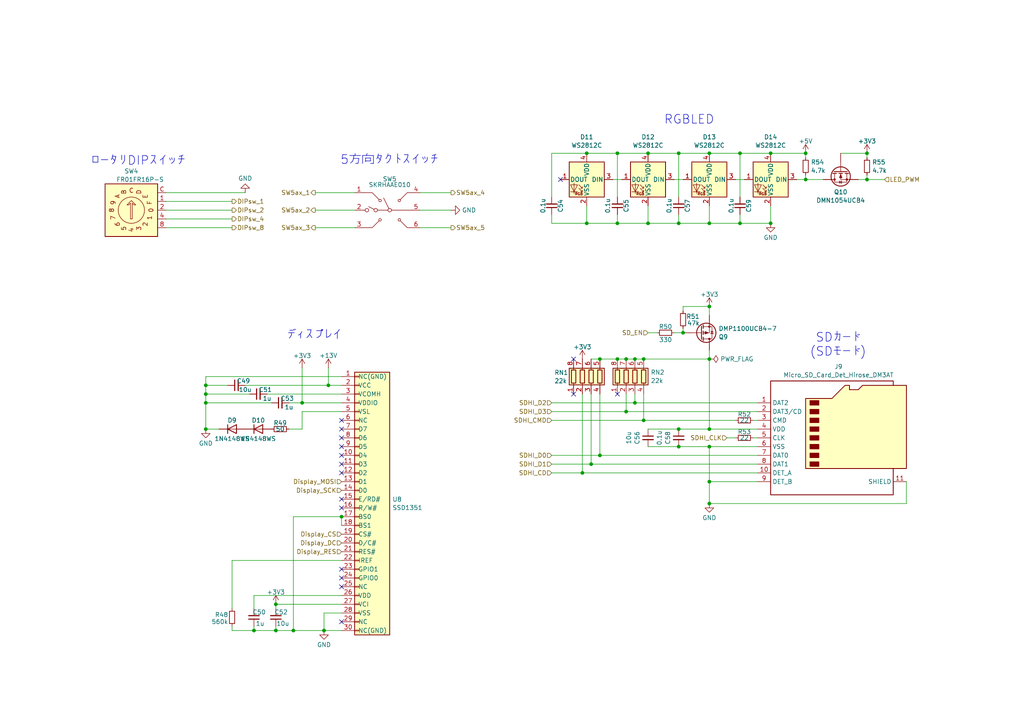
<source format=kicad_sch>
(kicad_sch (version 20250114) (generator "eeschema") (generator_version "9.0")
  (paper "A4")
  (lib_symbols
    (symbol "Connector:Micro_SD_Card_Det_Hirose_DM3AT"
      (property "Reference" "J" (at -16.51 17.78 0))
      (property "Value" "Micro_SD_Card_Det_Hirose_DM3AT" (at 16.51 17.78 0))
      (symbol "Micro_SD_Card_Det_Hirose_DM3AT_0_1"
        (polyline (pts (xy -8.89 -8.89) (xy -8.89 11.43) (xy -1.27 11.43) (xy 2.54 15.24) (xy 3.81 15.24) (xy 3.81 13.97) (xy 6.35 13.97) (xy 7.62 15.24) (xy 20.32 15.24) (xy 20.32 -8.89) (xy -8.89 -8.89)) (stroke (width 0.254)) (fill (type background)))
        (rectangle (start -7.62 10.795) (end -5.08 9.525) (stroke (width 0.254)) (fill (type outline)))
        (rectangle (start -7.62 8.255) (end -5.08 6.985) (stroke (width 0.254)) (fill (type outline)))
        (rectangle (start -7.62 5.715) (end -5.08 4.445) (stroke (width 0.254)) (fill (type outline)))
        (rectangle (start -7.62 3.175) (end -5.08 1.905) (stroke (width 0.254)) (fill (type outline)))
        (rectangle (start -7.62 0.635) (end -5.08 -0.635) (stroke (width 0.254)) (fill (type outline)))
        (rectangle (start -7.62 -1.905) (end -5.08 -3.175) (stroke (width 0.254)) (fill (type outline)))
        (rectangle (start -7.62 -4.445) (end -5.08 -5.715) (stroke (width 0.254)) (fill (type outline)))
        (rectangle (start -7.62 -6.985) (end -5.08 -8.255) (stroke (width 0.254)) (fill (type outline)))
        (polyline (pts (xy 16.51 15.24) (xy 16.51 16.51) (xy -19.05 16.51) (xy -19.05 -16.51) (xy 16.51 -16.51) (xy 16.51 -8.89)) (stroke (width 0.254)))
      )
      (symbol "Micro_SD_Card_Det_Hirose_DM3AT_1_1"
        (pin bidirectional line (at -22.86 10.16 0) (length 3.81) (name "DAT2") (number "1"))
        (pin bidirectional line (at -22.86 7.62 0) (length 3.81) (name "DAT3/CD") (number "2"))
        (pin input line (at -22.86 5.08 0) (length 3.81) (name "CMD") (number "3"))
        (pin power_in line (at -22.86 2.54 0) (length 3.81) (name "VDD") (number "4"))
        (pin input line (at -22.86 0 0) (length 3.81) (name "CLK") (number "5"))
        (pin power_in line (at -22.86 -2.54 0) (length 3.81) (name "VSS") (number "6"))
        (pin bidirectional line (at -22.86 -5.08 0) (length 3.81) (name "DAT0") (number "7"))
        (pin bidirectional line (at -22.86 -7.62 0) (length 3.81) (name "DAT1") (number "8"))
        (pin passive line (at -22.86 -10.16 0) (length 3.81) (name "DET_A") (number "10"))
        (pin passive line (at -22.86 -12.7 0) (length 3.81) (name "DET_B") (number "9"))
        (pin passive line (at 20.32 -12.7 180) (length 3.81) (name "SHIELD") (number "11"))
      )
    )
    (symbol "Device:C_Small" (pin_numbers (hide yes)) (pin_names (offset 0.254) (hide yes))
      (property "Reference" "C" (at 0.254 1.778 0))
      (property "Value" "C_Small" (at 0.254 -2.032 0))
      (symbol "C_Small_0_1"
        (polyline (pts (xy -1.524 0.508) (xy 1.524 0.508)) (stroke (width 0.3048)))
        (polyline (pts (xy -1.524 -0.508) (xy 1.524 -0.508)) (stroke (width 0.3302)))
      )
      (symbol "C_Small_1_1"
        (pin passive line (at 0 2.54 270) (length 2.032) (name "~") (number "1"))
        (pin passive line (at 0 -2.54 90) (length 2.032) (name "~") (number "2"))
      )
    )
    (symbol "Device:D" (pin_numbers (hide yes)) (pin_names (offset 1.016) (hide yes))
      (property "Reference" "D" (at 0 2.54 0))
      (property "Value" "D" (at 0 -2.54 0))
      (symbol "D_0_1"
        (polyline (pts (xy -1.27 1.27) (xy -1.27 -1.27)) (stroke (width 0.254)))
        (polyline (pts (xy 1.27 1.27) (xy 1.27 -1.27) (xy -1.27 0) (xy 1.27 1.27)) (stroke (width 0.254)))
        (polyline (pts (xy 1.27 0) (xy -1.27 0)))
      )
      (symbol "D_1_1"
        (pin passive line (at -3.81 0 0) (length 2.54) (name "K") (number "1"))
        (pin passive line (at 3.81 0 180) (length 2.54) (name "A") (number "2"))
      )
    )
    (symbol "Device:Q_NMOS" (pin_numbers (hide yes)) (pin_names (offset 0) (hide yes))
      (property "Reference" "Q" (at 5.08 1.27 0))
      (property "Value" "Q_NMOS" (at 5.08 -1.27 0))
      (symbol "Q_NMOS_0_1"
        (polyline (pts (xy 0.254 1.905) (xy 0.254 -1.905)) (stroke (width 0.254)))
        (polyline (pts (xy 0.254 0) (xy -2.54 0)))
        (polyline (pts (xy 0.762 2.286) (xy 0.762 1.27)) (stroke (width 0.254)))
        (polyline (pts (xy 0.762 0.508) (xy 0.762 -0.508)) (stroke (width 0.254)))
        (polyline (pts (xy 0.762 -1.27) (xy 0.762 -2.286)) (stroke (width 0.254)))
        (polyline (pts (xy 0.762 -1.778) (xy 3.302 -1.778) (xy 3.302 1.778) (xy 0.762 1.778)))
        (polyline (pts (xy 1.016 0) (xy 2.032 0.381) (xy 2.032 -0.381) (xy 1.016 0)) (fill (type outline)))
        (circle (center 1.651 0) (radius 2.794) (stroke (width 0.254)))
        (polyline (pts (xy 2.54 2.54) (xy 2.54 1.778)))
        (circle (center 2.54 1.778) (radius 0.254) (fill (type outline)))
        (circle (center 2.54 -1.778) (radius 0.254) (fill (type outline)))
        (polyline (pts (xy 2.54 -2.54) (xy 2.54 0) (xy 0.762 0)))
        (polyline (pts (xy 2.921 0.381) (xy 3.683 0.381)))
        (polyline (pts (xy 3.302 0.381) (xy 2.921 -0.254) (xy 3.683 -0.254) (xy 3.302 0.381)))
      )
      (symbol "Q_NMOS_1_1"
        (pin input line (at -5.08 0 0) (length 2.54) (name "G") (number "G"))
        (pin passive line (at 2.54 5.08 270) (length 2.54) (name "D") (number "D"))
        (pin passive line (at 2.54 -5.08 90) (length 2.54) (name "S") (number "S"))
      )
    )
    (symbol "Device:Q_PMOS" (pin_numbers (hide yes)) (pin_names (offset 0) (hide yes))
      (property "Reference" "Q" (at 5.08 1.27 0))
      (property "Value" "Q_PMOS" (at 5.08 -1.27 0))
      (symbol "Q_PMOS_0_1"
        (polyline (pts (xy 0.254 1.905) (xy 0.254 -1.905)) (stroke (width 0.254)))
        (polyline (pts (xy 0.254 0) (xy -2.54 0)))
        (polyline (pts (xy 0.762 2.286) (xy 0.762 1.27)) (stroke (width 0.254)))
        (polyline (pts (xy 0.762 1.778) (xy 3.302 1.778) (xy 3.302 -1.778) (xy 0.762 -1.778)))
        (polyline (pts (xy 0.762 0.508) (xy 0.762 -0.508)) (stroke (width 0.254)))
        (polyline (pts (xy 0.762 -1.27) (xy 0.762 -2.286)) (stroke (width 0.254)))
        (circle (center 1.651 0) (radius 2.794) (stroke (width 0.254)))
        (polyline (pts (xy 2.286 0) (xy 1.27 0.381) (xy 1.27 -0.381) (xy 2.286 0)) (fill (type outline)))
        (polyline (pts (xy 2.54 2.54) (xy 2.54 1.778)))
        (circle (center 2.54 1.778) (radius 0.254) (fill (type outline)))
        (circle (center 2.54 -1.778) (radius 0.254) (fill (type outline)))
        (polyline (pts (xy 2.54 -2.54) (xy 2.54 0) (xy 0.762 0)))
        (polyline (pts (xy 2.921 -0.381) (xy 3.683 -0.381)))
        (polyline (pts (xy 3.302 -0.381) (xy 2.921 0.254) (xy 3.683 0.254) (xy 3.302 -0.381)))
      )
      (symbol "Q_PMOS_1_1"
        (pin input line (at -5.08 0 0) (length 2.54) (name "G") (number "G"))
        (pin passive line (at 2.54 5.08 270) (length 2.54) (name "D") (number "D"))
        (pin passive line (at 2.54 -5.08 90) (length 2.54) (name "S") (number "S"))
      )
    )
    (symbol "Device:R_Pack04" (pin_names (offset 0) (hide yes))
      (property "Reference" "RN" (at -7.62 0 90))
      (property "Value" "R_Pack04" (at 5.08 0 90))
      (symbol "R_Pack04_0_1"
        (rectangle (start -6.35 -2.413) (end 3.81 2.413) (stroke (width 0.254)) (fill (type background)))
        (rectangle (start -5.715 1.905) (end -4.445 -1.905) (stroke (width 0.254)))
        (polyline (pts (xy -5.08 1.905) (xy -5.08 2.54)))
        (polyline (pts (xy -5.08 -2.54) (xy -5.08 -1.905)))
        (rectangle (start -3.175 1.905) (end -1.905 -1.905) (stroke (width 0.254)))
        (polyline (pts (xy -2.54 1.905) (xy -2.54 2.54)))
        (polyline (pts (xy -2.54 -2.54) (xy -2.54 -1.905)))
        (rectangle (start -0.635 1.905) (end 0.635 -1.905) (stroke (width 0.254)))
        (polyline (pts (xy 0 1.905) (xy 0 2.54)))
        (polyline (pts (xy 0 -2.54) (xy 0 -1.905)))
        (rectangle (start 1.905 1.905) (end 3.175 -1.905) (stroke (width 0.254)))
        (polyline (pts (xy 2.54 1.905) (xy 2.54 2.54)))
        (polyline (pts (xy 2.54 -2.54) (xy 2.54 -1.905)))
      )
      (symbol "R_Pack04_1_1"
        (pin passive line (at -5.08 5.08 270) (length 2.54) (name "R1.2") (number "8"))
        (pin passive line (at -5.08 -5.08 90) (length 2.54) (name "R1.1") (number "1"))
        (pin passive line (at -2.54 5.08 270) (length 2.54) (name "R2.2") (number "7"))
        (pin passive line (at -2.54 -5.08 90) (length 2.54) (name "R2.1") (number "2"))
        (pin passive line (at 0 5.08 270) (length 2.54) (name "R3.2") (number "6"))
        (pin passive line (at 0 -5.08 90) (length 2.54) (name "R3.1") (number "3"))
        (pin passive line (at 2.54 5.08 270) (length 2.54) (name "R4.2") (number "5"))
        (pin passive line (at 2.54 -5.08 90) (length 2.54) (name "R4.1") (number "4"))
      )
    )
    (symbol "Device:R_Small" (pin_numbers (hide yes)) (pin_names (offset 0.254) (hide yes))
      (property "Reference" "R" (at 0 0 90))
      (property "Value" "R_Small" (at 1.778 0 90))
      (symbol "R_Small_0_1"
        (rectangle (start -0.762 1.778) (end 0.762 -1.778) (stroke (width 0.2032)))
      )
      (symbol "R_Small_1_1"
        (pin passive line (at 0 2.54 270) (length 0.762) (name "~") (number "1"))
        (pin passive line (at 0 -2.54 90) (length 0.762) (name "~") (number "2"))
      )
    )
    (symbol "R_Small_1" (pin_numbers (hide yes)) (pin_names (offset 0.254) (hide yes))
      (property "Reference" "R" (at 0 0 90))
      (property "Value" "R_Small" (at 1.778 0 90))
      (symbol "R_Small_1_0_1"
        (rectangle (start -0.762 1.778) (end 0.762 -1.778) (stroke (width 0.2032)))
      )
      (symbol "R_Small_1_1_1"
        (pin passive line (at 0 2.54 270) (length 0.762) (name "~") (number "1"))
        (pin passive line (at 0 -2.54 90) (length 0.762) (name "~") (number "2"))
      )
    )
    (symbol "R_Small_2" (pin_numbers (hide yes)) (pin_names (offset 0.254) (hide yes))
      (property "Reference" "R" (at 0 0 90))
      (property "Value" "R_Small" (at 1.778 0 90))
      (symbol "R_Small_2_0_1"
        (rectangle (start -0.762 1.778) (end 0.762 -1.778) (stroke (width 0.2032)))
      )
      (symbol "R_Small_2_1_1"
        (pin passive line (at 0 2.54 270) (length 0.762) (name "~") (number "1"))
        (pin passive line (at 0 -2.54 90) (length 0.762) (name "~") (number "2"))
      )
    )
    (symbol "R_Small_3" (pin_numbers (hide yes)) (pin_names (offset 0.254) (hide yes))
      (property "Reference" "R" (at 0 0 90))
      (property "Value" "R_Small" (at 1.778 0 90))
      (symbol "R_Small_3_0_1"
        (rectangle (start -0.762 1.778) (end 0.762 -1.778) (stroke (width 0.2032)))
      )
      (symbol "R_Small_3_1_1"
        (pin passive line (at 0 2.54 270) (length 0.762) (name "~") (number "1"))
        (pin passive line (at 0 -2.54 90) (length 0.762) (name "~") (number "2"))
      )
    )
    (symbol "R_Small_4" (pin_numbers (hide yes)) (pin_names (offset 0.254) (hide yes))
      (property "Reference" "R" (at 0 0 90))
      (property "Value" "R_Small" (at 1.778 0 90))
      (symbol "R_Small_4_0_1"
        (rectangle (start -0.762 1.778) (end 0.762 -1.778) (stroke (width 0.2032)))
      )
      (symbol "R_Small_4_1_1"
        (pin passive line (at 0 2.54 270) (length 0.762) (name "~") (number "1"))
        (pin passive line (at 0 -2.54 90) (length 0.762) (name "~") (number "2"))
      )
    )
    (symbol "R_Small_5" (pin_numbers (hide yes)) (pin_names (offset 0.254) (hide yes))
      (property "Reference" "R" (at 0 0 90))
      (property "Value" "R_Small" (at 1.778 0 90))
      (symbol "R_Small_5_0_1"
        (rectangle (start -0.762 1.778) (end 0.762 -1.778) (stroke (width 0.2032)))
      )
      (symbol "R_Small_5_1_1"
        (pin passive line (at 0 2.54 270) (length 0.762) (name "~") (number "1"))
        (pin passive line (at 0 -2.54 90) (length 0.762) (name "~") (number "2"))
      )
    )
    (symbol "R_Small_6" (pin_numbers (hide yes)) (pin_names (offset 0.254) (hide yes))
      (property "Reference" "R" (at 0 0 90))
      (property "Value" "R_Small" (at 1.778 0 90))
      (symbol "R_Small_6_0_1"
        (rectangle (start -0.762 1.778) (end 0.762 -1.778) (stroke (width 0.2032)))
      )
      (symbol "R_Small_6_1_1"
        (pin passive line (at 0 2.54 270) (length 0.762) (name "~") (number "1"))
        (pin passive line (at 0 -2.54 90) (length 0.762) (name "~") (number "2"))
      )
    )
    (symbol "Switch:SW_Coded_SH-7050" (pin_names (hide yes))
      (property "Reference" "SW" (at -7.62 8.89 0))
      (property "Value" "SW_Coded_SH-7050" (at -7.62 -8.89 0))
      (symbol "SW_Coded_SH-7050_0_0"
        (text "8" (at -5.715 0 900) (effects (font (size 1.27 1.27))))
        (text "9" (at -5.2832 2.1844 675) (effects (font (size 1.27 1.27))))
        (text "7" (at -5.2832 -2.1844 1125) (effects (font (size 1.27 1.27))))
        (text "A" (at -4.0386 4.0386 450) (effects (font (size 1.27 1.27))))
        (text "6" (at -4.0386 -4.0386 1350) (effects (font (size 1.27 1.27))))
        (text "B" (at -2.1844 5.2832 225) (effects (font (size 1.27 1.27))))
        (text "5" (at -2.1844 -5.2832 1575) (effects (font (size 1.27 1.27))))
        (text "C" (at 0 5.715 0) (effects (font (size 1.27 1.27))))
        (text "4" (at 0 -5.715 1800) (effects (font (size 1.27 1.27))))
        (text "D" (at 2.1844 5.2832 3375) (effects (font (size 1.27 1.27))))
        (text "3" (at 2.1844 -5.2832 2025) (effects (font (size 1.27 1.27))))
        (text "E" (at 4.0386 4.0386 3150) (effects (font (size 1.27 1.27))))
        (text "2" (at 4.0386 -4.0386 2250) (effects (font (size 1.27 1.27))))
        (text "F" (at 5.2832 2.1844 2925) (effects (font (size 1.27 1.27))))
        (text "1" (at 5.2832 -2.1844 2475) (effects (font (size 1.27 1.27))))
        (text "0" (at 5.715 0 2700) (effects (font (size 1.27 1.27))))
      )
      (symbol "SW_Coded_SH-7050_0_1"
        (polyline (pts (xy -0.254 -2.54) (xy -0.254 2.032) (xy -0.762 1.524) (xy -1.27 1.524) (xy 0 2.794) (xy 1.27 1.524) (xy 0.762 1.524) (xy 0.254 2.032) (xy 0.254 -2.54) (xy -0.254 -2.54) (xy -0.254 -2.54)))
        (circle (center 0 0) (radius 3.81))
        (rectangle (start 7.62 7.62) (end -7.62 -7.62) (stroke (width 0.254)) (fill (type background)))
      )
      (symbol "SW_Coded_SH-7050_1_1"
        (pin passive line (at 10.16 5.08 180) (length 2.54) (name "C") (number "C"))
        (pin passive line (at 10.16 2.54 180) (length 2.54) (name "1") (number "1"))
        (pin passive line (at 10.16 0 180) (length 2.54) (name "2") (number "2"))
        (pin passive line (at 10.16 -2.54 180) (length 2.54) (name "4") (number "4"))
        (pin passive line (at 10.16 -5.08 180) (length 2.54) (name "8") (number "8"))
      )
    )
    (symbol "power:+12V" (power) (pin_numbers (hide yes)) (pin_names (offset 0) (hide yes))
      (property "Value" "+12V" (at 0 3.556 0))
      (symbol "+12V_0_1"
        (polyline (pts (xy -0.762 1.27) (xy 0 2.54)))
        (polyline (pts (xy 0 2.54) (xy 0.762 1.27)))
        (polyline (pts (xy 0 0) (xy 0 2.54)))
      )
      (symbol "+12V_1_1"
        (pin power_in line (at 0 0 90) (length 0) (name "~") (number "1"))
      )
    )
    (symbol "power:+3V3" (power) (pin_numbers (hide yes)) (pin_names (offset 0) (hide yes))
      (property "Value" "+3V3" (at 0 3.556 0))
      (symbol "+3V3_0_1"
        (polyline (pts (xy -0.762 1.27) (xy 0 2.54)))
        (polyline (pts (xy 0 2.54) (xy 0.762 1.27)))
        (polyline (pts (xy 0 0) (xy 0 2.54)))
      )
      (symbol "+3V3_1_1"
        (pin power_in line (at 0 0 90) (length 0) (name "~") (number "1"))
      )
    )
    (symbol "power:+5V" (power) (pin_numbers (hide yes)) (pin_names (offset 0) (hide yes))
      (property "Value" "+5V" (at 0 3.556 0))
      (symbol "+5V_0_1"
        (polyline (pts (xy -0.762 1.27) (xy 0 2.54)))
        (polyline (pts (xy 0 2.54) (xy 0.762 1.27)))
        (polyline (pts (xy 0 0) (xy 0 2.54)))
      )
      (symbol "+5V_1_1"
        (pin power_in line (at 0 0 90) (length 0) (name "~") (number "1"))
      )
    )
    (symbol "power:GND" (power) (pin_numbers (hide yes)) (pin_names (offset 0) (hide yes))
      (property "Value" "GND" (at 0 -3.81 0))
      (symbol "GND_0_1"
        (polyline (pts (xy 0 0) (xy 0 -1.27) (xy 1.27 -1.27) (xy 0 -2.54) (xy -1.27 -1.27) (xy 0 -1.27)))
      )
      (symbol "GND_1_1"
        (pin power_in line (at 0 0 270) (length 0) (name "~") (number "1"))
      )
    )
    (symbol "power:PWR_FLAG" (power) (pin_numbers (hide yes)) (pin_names (offset 0) (hide yes))
      (property "Value" "PWR_FLAG" (at 0 3.81 0))
      (symbol "PWR_FLAG_0_0"
        (pin power_out line (at 0 0 90) (length 0) (name "~") (number "1"))
      )
      (symbol "PWR_FLAG_0_1"
        (polyline (pts (xy 0 0) (xy 0 1.27) (xy -1.016 1.905) (xy 0 2.54) (xy 1.016 1.905) (xy 0 1.27)))
      )
    )
    (symbol "robot_contest:SKRHABE010"
      (property "Reference" "SW" (at 0 9.652 0))
      (property "Value" "SKRHABE010" (at 0 7.874 0))
      (symbol "SKRHABE010_0_0"
        (circle (center -6.604 0) (radius 0.508))
        (polyline (pts (xy -4.572 0.254) (xy -6.096 1.016)))
        (circle (center -4.064 0) (radius 0.508))
        (circle (center -2.794 2.794) (radius 0.3592))
        (circle (center -2.794 -2.794) (radius 0.3592))
        (polyline (pts (xy -0.254 0.508) (xy -1.778 3.556)))
        (circle (center 0 0) (radius 0.508))
        (circle (center 2.794 2.794) (radius 0.3592))
        (circle (center 2.794 -2.794) (radius 0.3592))
      )
      (symbol "SKRHABE010_0_1"
        (polyline (pts (xy -7.112 0) (xy -7.62 0)))
        (polyline (pts (xy -3.048 3.048) (xy -5.08 5.08) (xy -7.62 5.08)))
        (polyline (pts (xy -3.048 -3.048) (xy -5.08 -5.08) (xy -7.62 -5.08)))
        (polyline (pts (xy -0.508 0) (xy -3.556 0)))
        (polyline (pts (xy 0.508 0) (xy 6.35 0)))
        (polyline (pts (xy 3.048 3.048) (xy 5.08 5.08) (xy 6.35 5.08)))
        (polyline (pts (xy 3.048 -3.048) (xy 5.08 -5.08) (xy 6.35 -5.08)))
      )
      (symbol "SKRHABE010_1_1"
        (pin passive line (at -10.16 5.08 0) (length 2.54) (name "") (number "1"))
        (pin passive line (at -10.16 0 0) (length 2.54) (name "") (number "2"))
        (pin passive line (at -10.16 -5.08 0) (length 2.54) (name "") (number "3"))
        (pin passive line (at 8.89 5.08 180) (length 2.54) (name "") (number "4"))
        (pin passive line (at 8.89 0 180) (length 2.54) (name "") (number "5"))
        (pin passive line (at 8.89 -5.08 180) (length 2.54) (name "") (number "6"))
      )
    )
    (symbol "robot_contest:SSD1351" (pin_names (offset 1.016))
      (property "Reference" "U" (at 3.556 40.386 0))
      (property "Value" "SSD1351" (at 3.81 38.1 0))
      (symbol "SSD1351_1_1"
        (rectangle (start -1.27 36.83) (end 8.89 -39.37) (stroke (width 0.254)) (fill (type background)))
        (rectangle (start -1.27 35.687) (end 0 35.433) (stroke (width 0.1524)))
        (rectangle (start -1.27 33.147) (end 0 32.893) (stroke (width 0.1524)))
        (rectangle (start -1.27 30.607) (end 0 30.353) (stroke (width 0.1524)))
        (rectangle (start -1.27 28.067) (end 0 27.813) (stroke (width 0.1524)))
        (rectangle (start -1.27 25.527) (end 0 25.273) (stroke (width 0.1524)))
        (rectangle (start -1.27 22.987) (end 0 22.733) (stroke (width 0.1524)))
        (rectangle (start -1.27 20.447) (end 0 20.193) (stroke (width 0.1524)))
        (rectangle (start -1.27 17.907) (end 0 17.653) (stroke (width 0.1524)))
        (rectangle (start -1.27 15.367) (end 0 15.113) (stroke (width 0.1524)))
        (rectangle (start -1.27 12.827) (end 0 12.573) (stroke (width 0.1524)))
        (rectangle (start -1.27 10.287) (end 0 10.033) (stroke (width 0.1524)))
        (rectangle (start -1.27 7.747) (end 0 7.493) (stroke (width 0.1524)))
        (rectangle (start -1.27 5.207) (end 0 4.953) (stroke (width 0.1524)))
        (rectangle (start -1.27 2.667) (end 0 2.413) (stroke (width 0.1524)))
        (rectangle (start -1.27 0.127) (end 0 -0.127) (stroke (width 0.1524)))
        (rectangle (start -1.27 -2.413) (end 0 -2.667) (stroke (width 0.1524)))
        (rectangle (start -1.27 -4.953) (end 0 -5.207) (stroke (width 0.1524)))
        (rectangle (start -1.27 -7.493) (end 0 -7.747) (stroke (width 0.1524)))
        (rectangle (start -1.27 -10.033) (end 0 -10.287) (stroke (width 0.1524)))
        (rectangle (start -1.27 -12.573) (end 0 -12.827) (stroke (width 0.1524)))
        (rectangle (start -1.27 -15.113) (end 0 -15.367) (stroke (width 0.1524)))
        (rectangle (start -1.27 -17.653) (end 0 -17.907) (stroke (width 0.1524)))
        (rectangle (start -1.27 -20.193) (end 0 -20.447) (stroke (width 0.1524)))
        (rectangle (start -1.27 -22.733) (end 0 -22.987) (stroke (width 0.1524)))
        (rectangle (start -1.27 -25.273) (end 0 -25.527) (stroke (width 0.1524)))
        (rectangle (start -1.27 -27.813) (end 0 -28.067) (stroke (width 0.1524)))
        (rectangle (start -1.27 -30.353) (end 0 -30.607) (stroke (width 0.1524)))
        (rectangle (start -1.27 -32.893) (end 0 -33.147) (stroke (width 0.1524)))
        (rectangle (start -1.27 -35.433) (end 0 -35.687) (stroke (width 0.1524)))
        (rectangle (start -1.27 -37.973) (end 0 -38.227) (stroke (width 0.1524)))
        (pin passive line (at -5.08 35.56 0) (length 3.81) (name "NC(GND)") (number "1"))
        (pin passive line (at -5.08 33.02 0) (length 3.81) (name "VCC") (number "2"))
        (pin passive line (at -5.08 30.48 0) (length 3.81) (name "VCOMH") (number "3"))
        (pin passive line (at -5.08 27.94 0) (length 3.81) (name "VDDIO") (number "4"))
        (pin passive line (at -5.08 25.4 0) (length 3.81) (name "VSL") (number "5"))
        (pin passive line (at -5.08 22.86 0) (length 3.81) (name "NC") (number "6"))
        (pin passive line (at -5.08 20.32 0) (length 3.81) (name "D7") (number "7"))
        (pin passive line (at -5.08 17.78 0) (length 3.81) (name "D6") (number "8"))
        (pin passive line (at -5.08 15.24 0) (length 3.81) (name "D5") (number "9"))
        (pin passive line (at -5.08 12.7 0) (length 3.81) (name "D4") (number "10"))
        (pin passive line (at -5.08 10.16 0) (length 3.81) (name "D3") (number "11"))
        (pin passive line (at -5.08 7.62 0) (length 3.81) (name "D2") (number "12"))
        (pin passive line (at -5.08 5.08 0) (length 3.81) (name "D1") (number "13"))
        (pin passive line (at -5.08 2.54 0) (length 3.81) (name "D0") (number "14"))
        (pin passive line (at -5.08 0 0) (length 3.81) (name "E/RD#") (number "15"))
        (pin passive line (at -5.08 -2.54 0) (length 3.81) (name "R/W#") (number "16"))
        (pin passive line (at -5.08 -5.08 0) (length 3.81) (name "BS0") (number "17"))
        (pin passive line (at -5.08 -7.62 0) (length 3.81) (name "BS1") (number "18"))
        (pin passive line (at -5.08 -10.16 0) (length 3.81) (name "CS#") (number "19"))
        (pin passive line (at -5.08 -12.7 0) (length 3.81) (name "D/C#") (number "20"))
        (pin passive line (at -5.08 -15.24 0) (length 3.81) (name "RES#") (number "21"))
        (pin passive line (at -5.08 -17.78 0) (length 3.81) (name "IREF") (number "22"))
        (pin passive line (at -5.08 -20.32 0) (length 3.81) (name "GPIO1") (number "23"))
        (pin passive line (at -5.08 -22.86 0) (length 3.81) (name "GPIO0") (number "24"))
        (pin passive line (at -5.08 -25.4 0) (length 3.81) (name "NC") (number "25"))
        (pin passive line (at -5.08 -27.94 0) (length 3.81) (name "VDD") (number "26"))
        (pin passive line (at -5.08 -30.48 0) (length 3.81) (name "VCI") (number "27"))
        (pin passive line (at -5.08 -33.02 0) (length 3.81) (name "VSS") (number "28"))
        (pin passive line (at -5.08 -35.56 0) (length 3.81) (name "NC") (number "29"))
        (pin passive line (at -5.08 -38.1 0) (length 3.81) (name "NC(GND)") (number "30"))
      )
    )
    (symbol "robot_contest:WS2812C" (pin_names (offset 0.254))
      (property "Reference" "D6" (at 10.2979 2.8321 0))
      (property "Value" "WS2812B" (at 10.2979 0.9111 0))
      (symbol "WS2812C_0_0"
        (text "RGB" (at 2.286 -4.191 0) (effects (font (size 0.762 0.762))))
      )
      (symbol "WS2812C_0_1"
        (polyline (pts (xy 1.27 -2.54) (xy 1.778 -2.54)))
        (polyline (pts (xy 1.27 -3.556) (xy 1.778 -3.556)))
        (polyline (pts (xy 2.286 -1.524) (xy 1.27 -2.54) (xy 1.27 -2.032)))
        (polyline (pts (xy 2.286 -2.54) (xy 1.27 -3.556) (xy 1.27 -3.048)))
        (polyline (pts (xy 3.683 -1.016) (xy 3.683 -3.556) (xy 3.683 -4.064)))
        (polyline (pts (xy 4.699 -1.524) (xy 2.667 -1.524) (xy 3.683 -3.556) (xy 4.699 -1.524)))
        (polyline (pts (xy 4.699 -3.556) (xy 2.667 -3.556)))
        (rectangle (start 5.08 5.08) (end -5.08 -5.08) (stroke (width 0.254)) (fill (type background)))
      )
      (symbol "WS2812C_1_1"
        (pin input line (at -7.62 0 0) (length 2.54) (name "DIN") (number "3"))
        (pin power_in line (at 0 7.62 270) (length 2.54) (name "VDD") (number "4"))
        (pin power_in line (at 0 -7.62 90) (length 2.54) (name "VSS") (number "2"))
        (pin output line (at 7.62 0 180) (length 2.54) (name "DOUT") (number "1"))
      )
    )
  )
  (text "SDカード\n(SDモード)" (at 243.078 100.076 0) (effects (font (size 2.54 2.54))))
  (text "ロータリDIPスイッチ" (at 40.132 46.736 0) (effects (font (size 2.54 2.54))))
  (text "ディスプレイ" (at 91.186 97.282 0) (effects (font (size 2.54 2.54))))
  (text "RGBLED" (at 199.898 34.798 0) (effects (font (size 2.54 2.54))))
  (text "5方向タクトスイッチ" (at 113.03 46.482 0) (effects (font (size 2.54 2.54))))
  (junction (at 186.69 121.92))
  (junction (at 205.74 44.45))
  (junction (at 95.25 111.76))
  (junction (at 179.07 44.45))
  (junction (at 59.69 124.46))
  (junction (at 73.66 182.88))
  (junction (at 233.68 44.45))
  (junction (at 205.74 146.05))
  (junction (at 205.74 129.54))
  (junction (at 214.63 44.45))
  (junction (at 59.69 116.84))
  (junction (at 186.69 104.14))
  (junction (at 196.85 64.77))
  (junction (at 251.46 52.07))
  (junction (at 170.18 64.77))
  (junction (at 179.07 104.14))
  (junction (at 196.85 44.45))
  (junction (at 80.01 175.26))
  (junction (at 205.74 104.14))
  (junction (at 251.46 44.45))
  (junction (at 80.01 182.88))
  (junction (at 187.96 44.45))
  (junction (at 173.99 104.14))
  (junction (at 187.96 64.77))
  (junction (at 99.06 149.86))
  (junction (at 233.68 52.07))
  (junction (at 205.74 88.9))
  (junction (at 184.15 104.14))
  (junction (at 214.63 64.77))
  (junction (at 93.98 182.88))
  (junction (at 205.74 139.7))
  (junction (at 205.74 64.77))
  (junction (at 87.63 116.84))
  (junction (at 179.07 64.77))
  (junction (at 171.45 134.62))
  (junction (at 181.61 119.38))
  (junction (at 59.69 114.3))
  (junction (at 223.52 64.77))
  (junction (at 198.12 96.52))
  (junction (at 196.85 129.54))
  (junction (at 170.18 44.45))
  (junction (at 168.91 137.16))
  (junction (at 184.15 116.84))
  (junction (at 181.61 104.14))
  (junction (at 205.74 124.46))
  (junction (at 196.85 124.46))
  (junction (at 85.09 182.88))
  (junction (at 59.69 111.76))
  (junction (at 223.52 44.45))
  (junction (at 173.99 132.08))
  (no_connect (at 99.06 127))
  (no_connect (at 99.06 124.46))
  (no_connect (at 99.06 180.34))
  (no_connect (at 179.07 114.3))
  (no_connect (at 162.56 52.07))
  (no_connect (at 99.06 165.1))
  (no_connect (at 99.06 132.08))
  (no_connect (at 166.37 104.14))
  (no_connect (at 99.06 137.16))
  (no_connect (at 166.37 114.3))
  (no_connect (at 99.06 167.64))
  (no_connect (at 99.06 147.32))
  (no_connect (at 99.06 170.18))
  (no_connect (at 99.06 129.54))
  (no_connect (at 99.06 121.92))
  (no_connect (at 99.06 134.62))
  (no_connect (at 99.06 144.78))
  (wire (pts (xy 160.02 44.45) (xy 160.02 57.15)))
  (wire (pts (xy 177.8 52.07) (xy 180.34 52.07)))
  (wire (pts (xy 243.84 44.45) (xy 251.46 44.45)))
  (wire (pts (xy 93.98 182.88) (xy 99.06 182.88)))
  (wire (pts (xy 205.74 124.46) (xy 219.71 124.46)))
  (wire (pts (xy 59.69 111.76) (xy 59.69 114.3)))
  (wire (pts (xy 233.68 50.8) (xy 233.68 52.07)))
  (wire (pts (xy 179.07 62.23) (xy 179.07 64.77)))
  (wire (pts (xy 196.85 129.54) (xy 205.74 129.54)))
  (wire (pts (xy 160.02 62.23) (xy 160.02 64.77)))
  (wire (pts (xy 179.07 64.77) (xy 187.96 64.77)))
  (wire (pts (xy 102.87 60.96) (xy 91.44 60.96)))
  (wire (pts (xy 171.45 104.14) (xy 173.99 104.14)))
  (wire (pts (xy 173.99 114.3) (xy 173.99 132.08)))
  (wire (pts (xy 77.47 114.3) (xy 99.06 114.3)))
  (wire (pts (xy 160.02 44.45) (xy 170.18 44.45)))
  (wire (pts (xy 214.63 64.77) (xy 223.52 64.77)))
  (wire (pts (xy 173.99 104.14) (xy 179.07 104.14)))
  (wire (pts (xy 59.69 114.3) (xy 59.69 116.84)))
  (wire (pts (xy 223.52 59.69) (xy 223.52 64.77)))
  (wire (pts (xy 196.85 62.23) (xy 196.85 64.77)))
  (wire (pts (xy 195.58 96.52) (xy 198.12 96.52)))
  (wire (pts (xy 248.92 52.07) (xy 251.46 52.07)))
  (wire (pts (xy 73.66 172.72) (xy 73.66 176.53)))
  (wire (pts (xy 196.85 44.45) (xy 205.74 44.45)))
  (wire (pts (xy 160.02 116.84) (xy 184.15 116.84)))
  (wire (pts (xy 205.74 59.69) (xy 205.74 64.77)))
  (wire (pts (xy 171.45 114.3) (xy 171.45 134.62)))
  (wire (pts (xy 99.06 149.86) (xy 85.09 149.86)))
  (wire (pts (xy 160.02 134.62) (xy 171.45 134.62)))
  (wire (pts (xy 187.96 129.54) (xy 196.85 129.54)))
  (wire (pts (xy 179.07 44.45) (xy 187.96 44.45)))
  (wire (pts (xy 87.63 116.84) (xy 99.06 116.84)))
  (wire (pts (xy 71.12 111.76) (xy 95.25 111.76)))
  (wire (pts (xy 187.96 59.69) (xy 187.96 64.77)))
  (wire (pts (xy 170.18 64.77) (xy 160.02 64.77)))
  (wire (pts (xy 170.18 44.45) (xy 179.07 44.45)))
  (wire (pts (xy 196.85 124.46) (xy 205.74 124.46)))
  (wire (pts (xy 205.74 104.14) (xy 205.74 124.46)))
  (wire (pts (xy 87.63 124.46) (xy 83.82 124.46)))
  (wire (pts (xy 160.02 119.38) (xy 181.61 119.38)))
  (wire (pts (xy 196.85 44.45) (xy 196.85 57.15)))
  (wire (pts (xy 130.81 60.96) (xy 121.92 60.96)))
  (wire (pts (xy 80.01 175.26) (xy 80.01 176.53)))
  (wire (pts (xy 205.74 44.45) (xy 214.63 44.45)))
  (wire (pts (xy 48.26 66.04) (xy 67.31 66.04)))
  (wire (pts (xy 171.45 134.62) (xy 219.71 134.62)))
  (wire (pts (xy 214.63 44.45) (xy 214.63 57.15)))
  (wire (pts (xy 187.96 124.46) (xy 196.85 124.46)))
  (wire (pts (xy 67.31 162.56) (xy 99.06 162.56)))
  (wire (pts (xy 48.26 58.42) (xy 67.31 58.42)))
  (wire (pts (xy 87.63 106.68) (xy 87.63 116.84)))
  (wire (pts (xy 186.69 104.14) (xy 205.74 104.14)))
  (wire (pts (xy 160.02 132.08) (xy 173.99 132.08)))
  (wire (pts (xy 95.25 106.68) (xy 95.25 111.76)))
  (wire (pts (xy 184.15 114.3) (xy 184.15 116.84)))
  (wire (pts (xy 205.74 129.54) (xy 205.74 139.7)))
  (wire (pts (xy 196.85 64.77) (xy 205.74 64.77)))
  (wire (pts (xy 59.69 109.22) (xy 59.69 111.76)))
  (wire (pts (xy 83.82 116.84) (xy 87.63 116.84)))
  (wire (pts (xy 198.12 88.9) (xy 205.74 88.9)))
  (wire (pts (xy 99.06 109.22) (xy 59.69 109.22)))
  (wire (pts (xy 168.91 114.3) (xy 168.91 137.16)))
  (wire (pts (xy 205.74 64.77) (xy 214.63 64.77)))
  (wire (pts (xy 214.63 62.23) (xy 214.63 64.77)))
  (wire (pts (xy 67.31 162.56) (xy 67.31 176.53)))
  (wire (pts (xy 59.69 116.84) (xy 59.69 124.46)))
  (wire (pts (xy 71.12 55.88) (xy 48.26 55.88)))
  (wire (pts (xy 205.74 146.05) (xy 262.89 146.05)))
  (wire (pts (xy 251.46 50.8) (xy 251.46 52.07)))
  (wire (pts (xy 67.31 182.88) (xy 73.66 182.88)))
  (wire (pts (xy 73.66 182.88) (xy 80.01 182.88)))
  (wire (pts (xy 85.09 182.88) (xy 93.98 182.88)))
  (wire (pts (xy 59.69 124.46) (xy 63.5 124.46)))
  (wire (pts (xy 59.69 116.84) (xy 78.74 116.84)))
  (wire (pts (xy 93.98 177.8) (xy 93.98 182.88)))
  (wire (pts (xy 130.81 55.88) (xy 121.92 55.88)))
  (wire (pts (xy 198.12 90.17) (xy 198.12 88.9)))
  (wire (pts (xy 195.58 52.07) (xy 198.12 52.07)))
  (wire (pts (xy 186.69 114.3) (xy 186.69 121.92)))
  (wire (pts (xy 231.14 52.07) (xy 233.68 52.07)))
  (wire (pts (xy 168.91 137.16) (xy 219.71 137.16)))
  (wire (pts (xy 95.25 111.76) (xy 99.06 111.76)))
  (wire (pts (xy 80.01 175.26) (xy 99.06 175.26)))
  (wire (pts (xy 59.69 114.3) (xy 72.39 114.3)))
  (wire (pts (xy 102.87 66.04) (xy 91.44 66.04)))
  (wire (pts (xy 87.63 119.38) (xy 99.06 119.38)))
  (wire (pts (xy 233.68 52.07) (xy 238.76 52.07)))
  (wire (pts (xy 184.15 104.14) (xy 186.69 104.14)))
  (wire (pts (xy 102.87 55.88) (xy 91.44 55.88)))
  (wire (pts (xy 179.07 44.45) (xy 179.07 57.15)))
  (wire (pts (xy 160.02 137.16) (xy 168.91 137.16)))
  (wire (pts (xy 233.68 44.45) (xy 233.68 45.72)))
  (wire (pts (xy 205.74 101.6) (xy 205.74 104.14)))
  (wire (pts (xy 59.69 111.76) (xy 66.04 111.76)))
  (wire (pts (xy 130.81 66.04) (xy 121.92 66.04)))
  (wire (pts (xy 67.31 181.61) (xy 67.31 182.88)))
  (wire (pts (xy 87.63 124.46) (xy 87.63 119.38)))
  (wire (pts (xy 205.74 139.7) (xy 219.71 139.7)))
  (wire (pts (xy 251.46 52.07) (xy 256.54 52.07)))
  (wire (pts (xy 262.89 139.7) (xy 262.89 146.05)))
  (wire (pts (xy 181.61 114.3) (xy 181.61 119.38)))
  (wire (pts (xy 170.18 64.77) (xy 179.07 64.77)))
  (wire (pts (xy 173.99 132.08) (xy 219.71 132.08)))
  (wire (pts (xy 205.74 129.54) (xy 219.71 129.54)))
  (wire (pts (xy 251.46 44.45) (xy 251.46 45.72)))
  (wire (pts (xy 48.26 60.96) (xy 67.31 60.96)))
  (wire (pts (xy 73.66 172.72) (xy 99.06 172.72)))
  (wire (pts (xy 160.02 121.92) (xy 186.69 121.92)))
  (wire (pts (xy 184.15 116.84) (xy 219.71 116.84)))
  (wire (pts (xy 99.06 177.8) (xy 93.98 177.8)))
  (wire (pts (xy 186.69 121.92) (xy 213.36 121.92)))
  (wire (pts (xy 85.09 149.86) (xy 85.09 182.88)))
  (wire (pts (xy 80.01 182.88) (xy 85.09 182.88)))
  (wire (pts (xy 218.44 127) (xy 219.71 127)))
  (wire (pts (xy 218.44 121.92) (xy 219.71 121.92)))
  (wire (pts (xy 80.01 181.61) (xy 80.01 182.88)))
  (wire (pts (xy 205.74 88.9) (xy 205.74 91.44)))
  (wire (pts (xy 198.12 95.25) (xy 198.12 96.52)))
  (wire (pts (xy 181.61 104.14) (xy 184.15 104.14)))
  (wire (pts (xy 179.07 104.14) (xy 181.61 104.14)))
  (wire (pts (xy 73.66 181.61) (xy 73.66 182.88)))
  (wire (pts (xy 181.61 119.38) (xy 219.71 119.38)))
  (wire (pts (xy 223.52 44.45) (xy 233.68 44.45)))
  (wire (pts (xy 214.63 44.45) (xy 223.52 44.45)))
  (wire (pts (xy 187.96 96.52) (xy 190.5 96.52)))
  (wire (pts (xy 48.26 63.5) (xy 67.31 63.5)))
  (wire (pts (xy 215.9 52.07) (xy 213.36 52.07)))
  (wire (pts (xy 99.06 149.86) (xy 99.06 152.4)))
  (wire (pts (xy 210.82 127) (xy 213.36 127)))
  (wire (pts (xy 170.18 59.69) (xy 170.18 64.77)))
  (wire (pts (xy 187.96 44.45) (xy 196.85 44.45)))
  (wire (pts (xy 205.74 139.7) (xy 205.74 146.05)))
  (wire (pts (xy 187.96 64.77) (xy 196.85 64.77)))
  (hierarchical_label "SDHI_CLK" (shape input) (at 210.82 127 180))
  (hierarchical_label "SDHI_D3" (shape input) (at 160.02 119.38 180))
  (hierarchical_label "DIPsw_1" (shape output) (at 67.31 58.42 0))
  (hierarchical_label "SDHI_CD" (shape input) (at 160.02 137.16 180))
  (hierarchical_label "SW5ax_1" (shape output) (at 91.44 55.88 180))
  (hierarchical_label "SDHI_D1" (shape input) (at 160.02 134.62 180))
  (hierarchical_label "Display_RES" (shape input) (at 99.06 160.02 180))
  (hierarchical_label "SW5ax_2" (shape output) (at 91.44 60.96 180))
  (hierarchical_label "DIPsw_2" (shape output) (at 67.31 60.96 0))
  (hierarchical_label "SW5ax_4" (shape output) (at 130.81 55.88 0))
  (hierarchical_label "SD_EN" (shape input) (at 187.96 96.52 180))
  (hierarchical_label "DIPsw_4" (shape output) (at 67.31 63.5 0))
  (hierarchical_label "SDHI_D0" (shape input) (at 160.02 132.08 180))
  (hierarchical_label "Display_DC" (shape input) (at 99.06 157.48 180))
  (hierarchical_label "SW5ax_3" (shape output) (at 91.44 66.04 180))
  (hierarchical_label "Display_MOSI" (shape input) (at 99.06 139.7 180))
  (hierarchical_label "Display_CS" (shape input) (at 99.06 154.94 180))
  (hierarchical_label "LED_PWM" (shape input) (at 256.54 52.07 0))
  (hierarchical_label "SW5ax_5" (shape output) (at 130.81 66.04 0))
  (hierarchical_label "DIPsw_8" (shape output) (at 67.31 66.04 0))
  (hierarchical_label "SDHI_CMD" (shape input) (at 160.02 121.92 180))
  (hierarchical_label "SDHI_D2" (shape input) (at 160.02 116.84 180))
  (hierarchical_label "Display_SCK" (shape input) (at 99.06 142.24 180))
  (symbol (lib_id "Device:C_Small") (at 187.96 127 0) (unit 1)
    (property "Reference" "C56" (at 184.7963 127 90))
    (property "Value" "10u" (at 182.372 127 90))
    (property "Footprint" "Capacitor_SMD:C_0603_1608Metric" (effects (hide yes)))
    (property "Datasheet" "C329937" (effects (hide yes)))
    (property "Description" "Unpolarized capacitor, small symbol" (effects (hide yes)))
  )
  (symbol (lib_id "power:+12V") (at 95.25 106.68 0) (unit 1)
    (property "Reference" "#PWR077" (effects (hide yes)))
    (property "Value" "+13V" (at 95.25 103.124 0))
    (property "Description" "Power symbol creates a global label with name \"+12V\"" (effects (hide yes)))
  )
  (symbol (lib_id "Connector:Micro_SD_Card_Det_Hirose_DM3AT") (at 242.57 127 0) (unit 1)
    (property "Reference" "J9" (at 243.205 106.3455 0))
    (property "Value" "Micro_SD_Card_Det_Hirose_DM3AT" (at 243.205 108.7698 0))
    (property "Footprint" "Connector_Card:microSD_HC_Hirose_DM3AT-SF-PEJM5" (effects (hide yes)))
    (property "Datasheet" "https://www.hirose.com/product/en/download_file/key_name/DM3/category/Catalog/doc_file_id/49662/?file_category_id=4&item_id=195&is_series=1" (effects (hide yes)))
    (property "Description" "Micro SD Card Socket with card detection pins" (effects (hide yes)))
  )
  (symbol (lib_id "power:+3V3") (at 251.46 44.45 0) (unit 1)
    (property "Reference" "#PWR084" (effects (hide yes)))
    (property "Value" "+3V3" (at 251.46 40.9481 0))
    (property "Description" "Power symbol creates a global label with name \"+3V3\"" (effects (hide yes)))
  )
  (symbol (lib_id "Device:C_Small") (at 68.58 111.76 90) (unit 1)
    (property "Reference" "C49" (at 70.612 110.49 90))
    (property "Value" "10u" (at 71.12 113.03 90))
    (property "Footprint" "Capacitor_SMD:C_0805_2012Metric" (effects (hide yes)))
    (property "Datasheet" "C694191" (effects (hide yes)))
    (property "Description" "Unpolarized capacitor, small symbol" (effects (hide yes)))
  )
  (symbol (lib_id "robot_contest:SSD1351") (at 104.14 144.78 0) (unit 1)
    (property "Reference" "U8" (at 113.792 144.8378 0) (effects (justify left)))
    (property "Value" "SSD1351" (at 113.792 147.2621 0) (effects (justify left)))
    (property "Footprint" "robot_contest:SSD1351" (effects (hide yes)))
    (property "Datasheet" "https://cdn-shop.adafruit.com/datasheets/SSD1351-Revision%201.3.pdf" (effects (hide yes)))
    (property "Description" "Generic connector, single row, 01x30, script generated (kicad-library-utils/schlib/autogen/connector/)" (effects (hide yes)))
  )
  (symbol (lib_id "power:GND") (at 71.12 55.88 0) (mirror x) (unit 1)
    (property "Reference" "#PWR073" (effects (hide yes)))
    (property "Value" "GND" (at 71.12 51.7469 0))
    (property "Description" "Power symbol creates a global label with name \"GND\" , ground" (effects (hide yes)))
  )
  (symbol (lib_id "Device:C_Small") (at 81.28 116.84 90) (unit 1)
    (property "Reference" "C53" (at 83.312 115.57 90))
    (property "Value" "1u" (at 83.82 118.11 90))
    (property "Footprint" "Capacitor_SMD:C_0402_1005Metric" (effects (hide yes)))
    (property "Datasheet" "C77009" (effects (hide yes)))
    (property "Description" "Unpolarized capacitor, small symbol" (effects (hide yes)))
  )
  (symbol (lib_id "robot_contest:WS2812C") (at 223.52 52.07 0) (mirror y) (unit 1)
    (property "Reference" "D14" (at 223.52 39.7397 0))
    (property "Value" "WS2812C" (at 223.52 42.164 0))
    (property "Footprint" "robot_contest:WS2812C-2020" (effects (hide yes)))
    (property "Datasheet" "https://akizukidenshi.com/download/ds/worldsemi/ws2812c-2020.pdf" (effects (hide yes)))
    (property "Description" "RGB LED with integrated controller" (effects (hide yes)))
  )
  (symbol (lib_id "power:GND") (at 59.69 124.46 0) (unit 1)
    (property "Reference" "#PWR072" (effects (hide yes)))
    (property "Value" "GND" (at 59.69 128.5931 0))
    (property "Description" "Power symbol creates a global label with name \"GND\" , ground" (effects (hide yes)))
  )
  (symbol (lib_id "power:+3V3") (at 205.74 88.9 0) (mirror y) (unit 1)
    (property "Reference" "#PWR080" (effects (hide yes)))
    (property "Value" "+3V3" (at 205.74 85.3981 0))
    (property "Description" "Power symbol creates a global label with name \"+3V3\"" (effects (hide yes)))
  )
  (symbol (lib_id "Device:C_Small") (at 196.85 59.69 0) (mirror x) (unit 1)
    (property "Reference" "C57" (at 199.39 59.69 90))
    (property "Value" "0.1u" (at 194.056 59.69 90))
    (property "Footprint" "Capacitor_SMD:C_0402_1005Metric" (effects (hide yes)))
    (property "Datasheet" "C77020" (effects (hide yes)))
    (property "Description" "Unpolarized capacitor, small symbol" (effects (hide yes)))
  )
  (symbol (lib_id "Device:D") (at 67.31 124.46 0) (unit 1)
    (property "Reference" "D9" (at 67.31 121.92 0))
    (property "Value" "1N4148WS" (at 67.31 127.254 0))
    (property "Footprint" "Diode_SMD:D_SOD-323" (effects (hide yes)))
    (property "Datasheet" "C2128" (effects (hide yes)))
    (property "Description" "Diode" (effects (hide yes)))
    (property "Sim.Device" "D" (effects (hide yes)))
    (property "Sim.Pins" "1=K 2=A" (effects (hide yes)))
  )
  (symbol (lib_id "Device:C_Small") (at 179.07 59.69 0) (mirror x) (unit 1)
    (property "Reference" "C55" (at 181.61 59.69 90))
    (property "Value" "0.1u" (at 176.276 59.69 90))
    (property "Footprint" "Capacitor_SMD:C_0402_1005Metric" (effects (hide yes)))
    (property "Datasheet" "C77020" (effects (hide yes)))
    (property "Description" "Unpolarized capacitor, small symbol" (effects (hide yes)))
  )
  (symbol (lib_id "Device:R_Pack04") (at 184.15 109.22 0) (unit 1)
    (property "Reference" "RN2" (at 188.722 108.0078 0) (effects (justify left)))
    (property "Value" "22k" (at 188.722 110.4321 0) (effects (justify left)))
    (property "Footprint" "Resistor_SMD:R_Array_Concave_4x0603" (effects (hide yes)))
    (property "Datasheet" "C872171" (effects (hide yes)))
    (property "Description" "4 resistor network, parallel topology" (effects (hide yes)))
  )
  (symbol (lib_id "power:+3V3") (at 87.63 106.68 0) (unit 1)
    (property "Reference" "#PWR075" (effects (hide yes)))
    (property "Value" "+3V3" (at 87.63 103.1781 0))
    (property "Description" "Power symbol creates a global label with name \"+3V3\"" (effects (hide yes)))
  )
  (symbol (lib_id "power:+3V3") (at 80.01 175.26 0) (unit 1)
    (property "Reference" "#PWR074" (effects (hide yes)))
    (property "Value" "+3V3" (at 80.01 171.7581 0))
    (property "Description" "Power symbol creates a global label with name \"+3V3\"" (effects (hide yes)))
  )
  (symbol (lib_name "R_Small_2") (lib_id "Device:R_Small") (at 67.31 179.07 180) (unit 1)
    (property "Reference" "R48" (at 64.262 178.308 0))
    (property "Value" "560k" (at 63.754 180.34 0))
    (property "Footprint" "Resistor_SMD:R_0402_1005Metric" (effects (hide yes)))
    (property "Description" "Resistor, small symbol" (effects (hide yes)))
  )
  (symbol (lib_id "power:GND") (at 205.74 146.05 0) (unit 1)
    (property "Reference" "#PWR081" (effects (hide yes)))
    (property "Value" "GND" (at 205.74 150.1855 0))
    (property "Description" "Power symbol creates a global label with name \"GND\" , ground" (effects (hide yes)))
  )
  (symbol (lib_id "robot_contest:WS2812C") (at 187.96 52.07 0) (mirror y) (unit 1)
    (property "Reference" "D12" (at 187.96 39.7397 0))
    (property "Value" "WS2812C" (at 187.96 42.164 0))
    (property "Footprint" "robot_contest:WS2812C-2020" (effects (hide yes)))
    (property "Datasheet" "https://akizukidenshi.com/download/ds/worldsemi/ws2812c-2020.pdf" (effects (hide yes)))
    (property "Description" "RGB LED with integrated controller" (effects (hide yes)))
  )
  (symbol (lib_id "power:GND") (at 223.52 64.77 0) (mirror y) (unit 1)
    (property "Reference" "#PWR082" (effects (hide yes)))
    (property "Value" "GND" (at 223.52 68.9055 0))
    (property "Description" "Power symbol creates a global label with name \"GND\" , ground" (effects (hide yes)))
  )
  (symbol (lib_id "robot_contest:SKRHABE010") (at 113.03 60.96 0) (unit 1)
    (property "Reference" "SW5" (at 113.03 51.9126 0))
    (property "Value" "SKRHAAE010" (at 113.03 53.594 0))
    (property "Footprint" "robot_contest:SKRHABE010" (effects (hide yes)))
    (property "Datasheet" "C202423" (effects (hide yes)))
  )
  (symbol (lib_id "Device:C_Small") (at 74.93 114.3 90) (unit 1)
    (property "Reference" "C51" (at 76.962 113.03 90))
    (property "Value" "1u" (at 77.47 115.57 90))
    (property "Footprint" "Capacitor_SMD:C_0402_1005Metric" (effects (hide yes)))
    (property "Datasheet" "C77009" (effects (hide yes)))
    (property "Description" "Unpolarized capacitor, small symbol" (effects (hide yes)))
  )
  (symbol (lib_id "Device:C_Small") (at 196.85 127 0) (unit 1)
    (property "Reference" "C58" (at 193.6863 127 90))
    (property "Value" "0.1u" (at 191.262 127 90))
    (property "Footprint" "Capacitor_SMD:C_0402_1005Metric" (effects (hide yes)))
    (property "Datasheet" "C77020" (effects (hide yes)))
    (property "Description" "Unpolarized capacitor, small symbol" (effects (hide yes)))
  )
  (symbol (lib_id "Device:R_Small") (at 251.46 48.26 180) (unit 1)
    (property "Reference" "R55" (at 252.9586 47.0478 0) (effects (justify right)))
    (property "Value" "4.7k" (at 252.9586 49.4721 0) (effects (justify right)))
    (property "Footprint" "Resistor_SMD:R_0402_1005Metric" (effects (hide yes)))
    (property "Description" "Resistor, small symbol" (effects (hide yes)))
  )
  (symbol (lib_id "Device:C_Small") (at 73.66 179.07 180) (unit 1)
    (property "Reference" "C50" (at 75.184 177.546 0))
    (property "Value" "1u" (at 75.438 180.848 0))
    (property "Footprint" "Capacitor_SMD:C_0402_1005Metric" (effects (hide yes)))
    (property "Datasheet" "C77009" (effects (hide yes)))
    (property "Description" "Unpolarized capacitor, small symbol" (effects (hide yes)))
  )
  (symbol (lib_id "Device:Q_PMOS") (at 203.2 96.52 0) (mirror x) (unit 1)
    (property "Reference" "Q9" (at 208.407 97.7322 0) (effects (justify left)))
    (property "Value" "DMP1100UCB4-7" (at 208.407 95.3079 0) (effects (justify left)))
    (property "Footprint" "robot_contest:DMN1054UCB4" (effects (hide yes)))
    (property "Datasheet" "C459547" (effects (hide yes)))
    (property "Description" "P-MOSFET transistor" (effects (hide yes)))
  )
  (symbol (lib_name "R_Small_5") (lib_id "Device:R_Small") (at 193.04 96.52 270) (mirror x) (unit 1)
    (property "Reference" "R50" (at 193.04 94.742 90))
    (property "Value" "330" (at 193.04 98.552 90))
    (property "Footprint" "Resistor_SMD:R_0402_1005Metric" (effects (hide yes)))
    (property "Description" "Resistor, small symbol" (effects (hide yes)))
  )
  (symbol (lib_id "power:+5V") (at 233.68 44.45 0) (mirror y) (unit 1)
    (property "Reference" "#PWR083" (effects (hide yes)))
    (property "Value" "+5V" (at 233.68 40.9481 0))
    (property "Description" "Power symbol creates a global label with name \"+5V\"" (effects (hide yes)))
  )
  (symbol (lib_id "robot_contest:WS2812C") (at 205.74 52.07 0) (mirror y) (unit 1)
    (property "Reference" "D13" (at 205.74 39.7397 0))
    (property "Value" "WS2812C" (at 205.74 42.164 0))
    (property "Footprint" "robot_contest:WS2812C-2020" (effects (hide yes)))
    (property "Datasheet" "https://akizukidenshi.com/download/ds/worldsemi/ws2812c-2020.pdf" (effects (hide yes)))
    (property "Description" "RGB LED with integrated controller" (effects (hide yes)))
  )
  (symbol (lib_name "R_Small_6") (lib_id "Device:R_Small") (at 215.9 121.92 270) (unit 1)
    (property "Reference" "R52" (at 215.9 120.142 90))
    (property "Value" "22" (at 215.9 121.92 90))
    (property "Footprint" "Resistor_SMD:R_0402_1005Metric" (effects (hide yes)))
    (property "Description" "Resistor, small symbol" (effects (hide yes)))
  )
  (symbol (lib_name "R_Small_4") (lib_id "Device:R_Small") (at 198.12 92.71 0) (mirror x) (unit 1)
    (property "Reference" "R51" (at 202.946 91.805 0) (effects (justify right)))
    (property "Value" "47k" (at 202.946 93.726 0) (effects (justify right)))
    (property "Footprint" "Resistor_SMD:R_0402_1005Metric" (effects (hide yes)))
    (property "Description" "Resistor, small symbol" (effects (hide yes)))
  )
  (symbol (lib_id "power:PWR_FLAG") (at 205.74 104.14 270) (unit 1)
    (property "Reference" "#FLG07" (effects (hide yes)))
    (property "Value" "PWR_FLAG" (at 208.915 104.14 90) (effects (justify left)))
    (property "Description" "Special symbol for telling ERC where power comes from" (effects (hide yes)))
  )
  (symbol (lib_id "robot_contest:WS2812C") (at 170.18 52.07 0) (mirror y) (unit 1)
    (property "Reference" "D11" (at 170.18 39.7397 0))
    (property "Value" "WS2812C" (at 170.18 42.164 0))
    (property "Footprint" "robot_contest:WS2812C-2020" (effects (hide yes)))
    (property "Datasheet" "https://akizukidenshi.com/download/ds/worldsemi/ws2812c-2020.pdf" (effects (hide yes)))
    (property "Description" "RGB LED with integrated controller" (effects (hide yes)))
  )
  (symbol (lib_id "Device:Q_NMOS") (at 243.84 49.53 90) (mirror x) (unit 1)
    (property "Reference" "Q10" (at 243.84 55.6951 90))
    (property "Value" "DMN1054UCB4" (at 243.84 58.1194 90))
    (property "Footprint" "robot_contest:DMN1054UCB4" (effects (hide yes)))
    (property "Datasheet" "C2983694" (effects (hide yes)))
    (property "Description" "N-MOSFET transistor" (effects (hide yes)))
  )
  (symbol (lib_id "Device:R_Pack04") (at 171.45 109.22 0) (unit 1)
    (property "Reference" "RN1" (at 160.782 108.0657 0) (effects (justify left)))
    (property "Value" "22k" (at 160.782 110.49 0) (effects (justify left)))
    (property "Footprint" "Resistor_SMD:R_Array_Concave_4x0603" (effects (hide yes)))
    (property "Datasheet" "C872171" (effects (hide yes)))
    (property "Description" "4 resistor network, parallel topology" (effects (hide yes)))
  )
  (symbol (lib_id "Device:C_Small") (at 160.02 59.69 0) (mirror x) (unit 1)
    (property "Reference" "C54" (at 162.56 59.69 90))
    (property "Value" "0.1u" (at 157.48 59.69 90))
    (property "Footprint" "Capacitor_SMD:C_0402_1005Metric" (effects (hide yes)))
    (property "Datasheet" "C77020" (effects (hide yes)))
    (property "Description" "Unpolarized capacitor, small symbol" (effects (hide yes)))
  )
  (symbol (lib_name "R_Small_3") (lib_id "Device:R_Small") (at 215.9 127 270) (unit 1)
    (property "Reference" "R53" (at 215.9 125.222 90))
    (property "Value" "22" (at 215.9 127 90))
    (property "Footprint" "Resistor_SMD:R_0402_1005Metric" (effects (hide yes)))
    (property "Description" "Resistor, small symbol" (effects (hide yes)))
  )
  (symbol (lib_name "R_Small_1") (lib_id "Device:R_Small") (at 81.28 124.46 90) (unit 1)
    (property "Reference" "R49" (at 81.28 122.682 90))
    (property "Value" "50" (at 81.28 124.46 90))
    (property "Footprint" "Resistor_SMD:R_0402_1005Metric" (effects (hide yes)))
    (property "Description" "Resistor, small symbol" (effects (hide yes)))
  )
  (symbol (lib_id "power:GND") (at 93.98 182.88 0) (unit 1)
    (property "Reference" "#PWR076" (effects (hide yes)))
    (property "Value" "GND" (at 93.98 187.0131 0))
    (property "Description" "Power symbol creates a global label with name \"GND\" , ground" (effects (hide yes)))
  )
  (symbol (lib_id "Device:C_Small") (at 80.01 179.07 180) (unit 1)
    (property "Reference" "C52" (at 81.534 177.546 0))
    (property "Value" "10u" (at 82.042 180.848 0))
    (property "Footprint" "Capacitor_SMD:C_0603_1608Metric" (effects (hide yes)))
    (property "Datasheet" "C329937" (effects (hide yes)))
    (property "Description" "Unpolarized capacitor, small symbol" (effects (hide yes)))
  )
  (symbol (lib_id "Device:D") (at 74.93 124.46 0) (unit 1)
    (property "Reference" "D10" (at 74.93 121.92 0))
    (property "Value" "1N4148WS" (at 74.93 127.254 0))
    (property "Footprint" "Diode_SMD:D_SOD-323" (effects (hide yes)))
    (property "Datasheet" "C2128" (effects (hide yes)))
    (property "Description" "Diode" (effects (hide yes)))
    (property "Sim.Device" "D" (effects (hide yes)))
    (property "Sim.Pins" "1=K 2=A" (effects (hide yes)))
  )
  (symbol (lib_id "power:+3V3") (at 168.91 104.14 0) (unit 1)
    (property "Reference" "#PWR079" (effects (hide yes)))
    (property "Value" "+3V3" (at 168.91 100.6381 0))
    (property "Description" "Power symbol creates a global label with name \"+3V3\"" (effects (hide yes)))
  )
  (symbol (lib_id "Device:C_Small") (at 214.63 59.69 0) (mirror x) (unit 1)
    (property "Reference" "C59" (at 217.17 59.69 90))
    (property "Value" "0.1u" (at 212.09 59.69 90))
    (property "Footprint" "Capacitor_SMD:C_0402_1005Metric" (effects (hide yes)))
    (property "Datasheet" "C77020" (effects (hide yes)))
    (property "Description" "Unpolarized capacitor, small symbol" (effects (hide yes)))
  )
  (symbol (lib_id "power:GND") (at 130.81 60.96 90) (unit 1)
    (property "Reference" "#PWR078" (effects (hide yes)))
    (property "Value" "GND" (at 133.985 60.96 90) (effects (justify right)))
    (property "Description" "Power symbol creates a global label with name \"GND\" , ground" (effects (hide yes)))
  )
  (symbol (lib_id "Switch:SW_Coded_SH-7050") (at 38.1 60.96 0) (unit 1)
    (property "Reference" "SW4" (at 38.1 49.6402 0))
    (property "Value" "FR01FR16P-S" (at 40.64 52.07 0))
    (property "Footprint" "robot_contest:FR01FR16P-S" (effects (hide yes)))
    (property "Datasheet" "C3340549" (effects (hide yes)))
  )
  (symbol (lib_id "Device:R_Small") (at 233.68 48.26 180) (unit 1)
    (property "Reference" "R54" (at 235.1786 47.0478 0) (effects (justify right)))
    (property "Value" "4.7k" (at 235.1786 49.4721 0) (effects (justify right)))
    (property "Footprint" "Resistor_SMD:R_0402_1005Metric" (effects (hide yes)))
    (property "Description" "Resistor, small symbol" (effects (hide yes)))
  )
)
</source>
